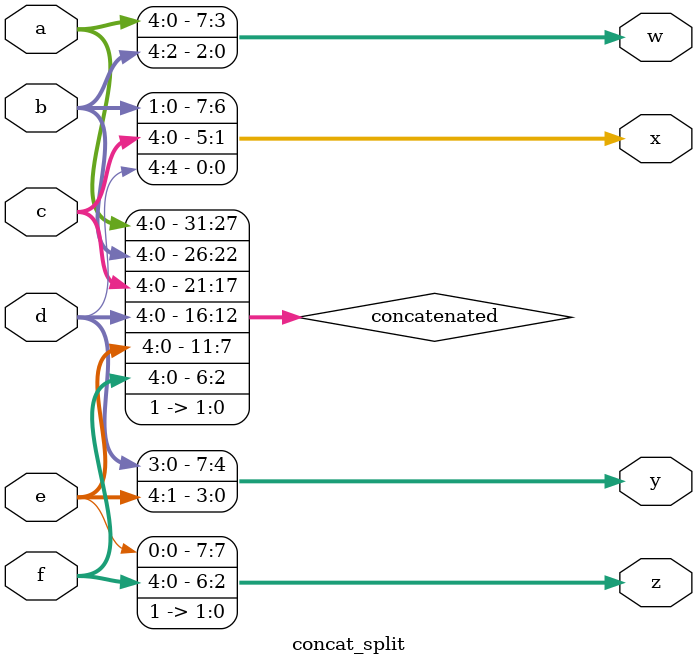
<source format=v>
module concat_split(
    input [4:0] a, b, c, d, e, f,
    output [7:0] w, x, y, z
);

    // Concatenate the input vectors into a 30-bit vector and add two '1' bits
    wire [31:0] concatenated;
    assign concatenated = {a, b, c, d, e, f, 2'b11};

    // Split the 32-bit concatenated vector into four 8-bit output vectors
    assign w = concatenated[31:24];
    assign x = concatenated[23:16];
    assign y = concatenated[15:8];
    assign z = concatenated[7:0];

endmodule


</source>
